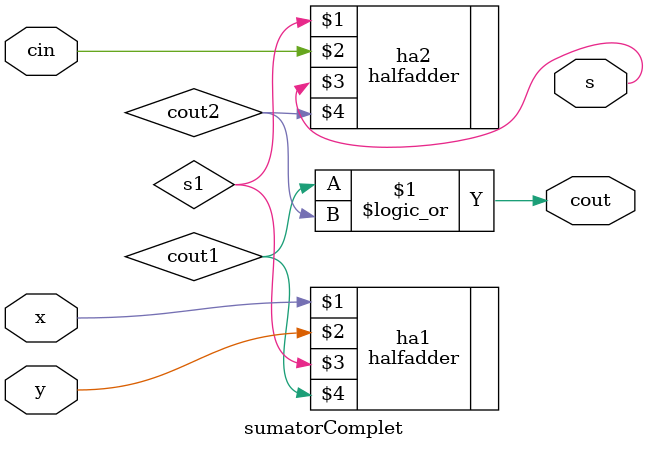
<source format=v>
`timescale 1ns / 1ps


module sumatorComplet(x, y, cin, s, cout);

    input x, y, cin;
    output s, cout;
    wire s1, cout1, cout2;
    
    halfadder ha1(x, y, s1, cout1);
    halfadder ha2(s1, cin, s, cout2);
    
    assign cout = cout1 || cout2;
    
endmodule

</source>
